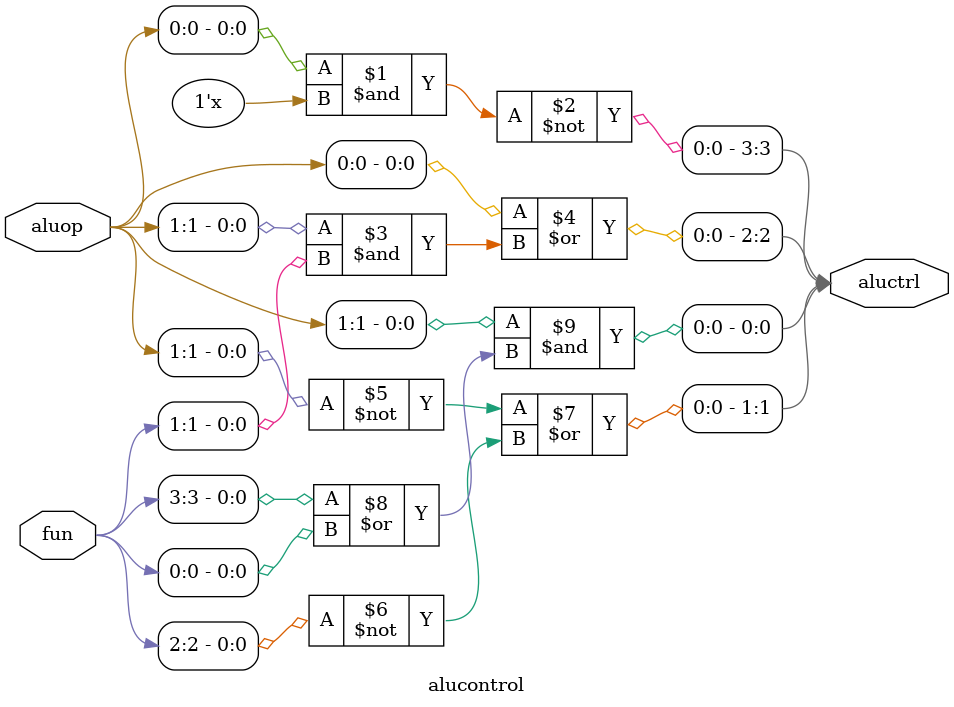
<source format=v>
module alucontrol(aluop,fun,aluctrl);

	input wire [1:0] aluop;
	input wire [5:0] fun;
	output wire [3:0] aluctrl;

	assign aluctrl[3] = aluop[0] ~& aluOp[0];
	assign aluctrl[2] = aluop[0] | (aluop[1] & fun[1]);
	assign aluctrl[1] =  ~(aluop[1]) | ~(fun[2]);
	assign aluctrl[0] =  (aluop[1]) & ((fun[3])|(fun[0]));


endmodule

</source>
